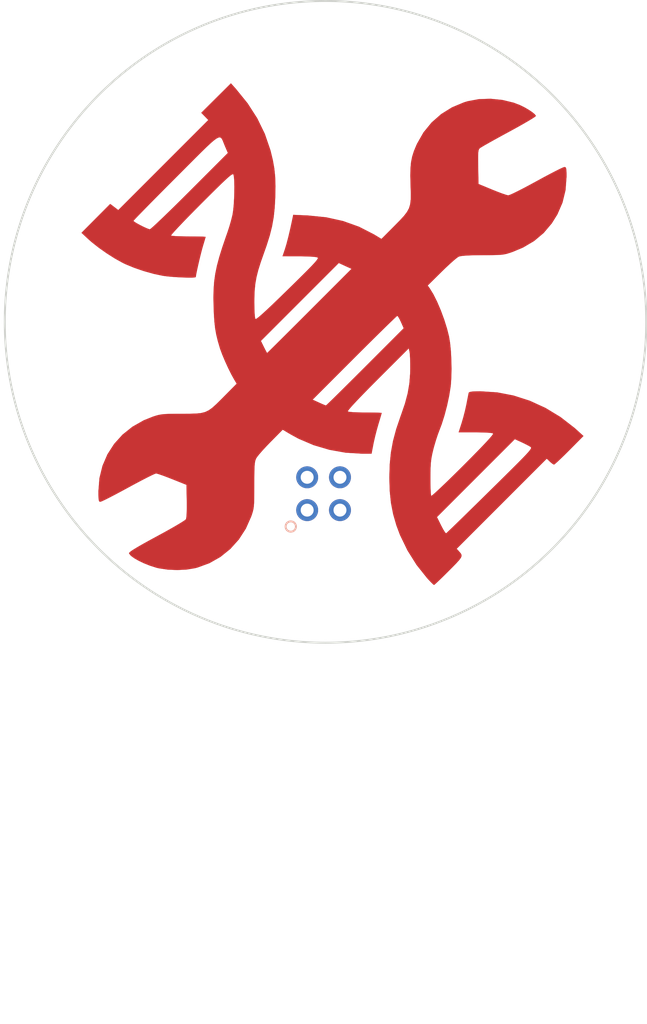
<source format=kicad_pcb>
(kicad_pcb (version 4) (host pcbnew 4.0.6+dfsg1-1)

  (general
    (links 0)
    (no_connects 0)
    (area 94.116316 137.286666 171.450001 210.500001)
    (thickness 1.6)
    (drawings 23)
    (tracks 0)
    (zones 0)
    (modules 3)
    (nets 5)
  )

  (page A4)
  (layers
    (0 F.Cu signal)
    (31 B.Cu signal)
    (32 B.Adhes user)
    (33 F.Adhes user)
    (34 B.Paste user)
    (35 F.Paste user)
    (36 B.SilkS user)
    (37 F.SilkS user)
    (38 B.Mask user)
    (39 F.Mask user)
    (40 Dwgs.User user hide)
    (41 Cmts.User user hide)
    (42 Eco1.User user hide)
    (43 Eco2.User user hide)
    (44 Edge.Cuts user)
    (45 Margin user hide)
    (46 B.CrtYd user hide)
    (47 F.CrtYd user hide)
    (48 B.Fab user hide)
    (49 F.Fab user hide)
  )

  (setup
    (last_trace_width 0.15)
    (user_trace_width 0.6)
    (user_trace_width 2)
    (user_trace_width 2.54)
    (trace_clearance 0.2)
    (zone_clearance 0.508)
    (zone_45_only no)
    (trace_min 0.15)
    (segment_width 0.2)
    (edge_width 0.15)
    (via_size 0.6)
    (via_drill 0.33)
    (via_min_size 0.4)
    (via_min_drill 0.3)
    (uvia_size 0.3)
    (uvia_drill 0.1)
    (uvias_allowed no)
    (uvia_min_size 0.2)
    (uvia_min_drill 0.1)
    (pcb_text_width 0.3)
    (pcb_text_size 1.5 1.5)
    (mod_edge_width 0.15)
    (mod_text_size 1 1)
    (mod_text_width 0.15)
    (pad_size 1.7 1.7)
    (pad_drill 1)
    (pad_to_mask_clearance 0.2)
    (aux_axis_origin 0 0)
    (visible_elements FFFCCE7F)
    (pcbplotparams
      (layerselection 0x010fc_80000001)
      (usegerberextensions true)
      (excludeedgelayer true)
      (linewidth 0.100000)
      (plotframeref false)
      (viasonmask false)
      (mode 1)
      (useauxorigin false)
      (hpglpennumber 1)
      (hpglpenspeed 20)
      (hpglpendiameter 15)
      (hpglpenoverlay 2)
      (psnegative false)
      (psa4output false)
      (plotreference true)
      (plotvalue true)
      (plotinvisibletext false)
      (padsonsilk false)
      (subtractmaskfromsilk false)
      (outputformat 1)
      (mirror false)
      (drillshape 0)
      (scaleselection 1)
      (outputdirectory output/))
  )

  (net 0 "")
  (net 1 +3V3)
  (net 2 GND)
  (net 3 SDA)
  (net 4 SCL)

  (net_class Default "This is the default net class."
    (clearance 0.2)
    (trace_width 0.15)
    (via_dia 0.6)
    (via_drill 0.33)
    (uvia_dia 0.3)
    (uvia_drill 0.1)
    (add_net +3V3)
    (add_net GND)
    (add_net SCL)
    (add_net SDA)
  )

  (module badgelife_dev_board:wrench-neg-mask (layer F.Cu) (tedit 0) (tstamp 5B655F48)
    (at 145.45 157.6)
    (fp_text reference G*** (at 0 0) (layer F.SilkS) hide
      (effects (font (thickness 0.3)))
    )
    (fp_text value LOGO (at 0.75 0) (layer F.SilkS) hide
      (effects (font (thickness 0.3)))
    )
    (fp_poly (pts (xy -6.042095 -19.685) (xy -5.132068 -18.562609) (xy -4.385085 -17.401601) (xy -3.798158 -16.196638)
      (xy -3.368301 -14.94238) (xy -3.34942 -14.872846) (xy -3.179694 -14.17359) (xy -3.064151 -13.522668)
      (xy -2.997382 -12.866647) (xy -2.973979 -12.152095) (xy -2.988534 -11.32558) (xy -2.98901 -11.312162)
      (xy -3.03451 -10.481413) (xy -3.114164 -9.741602) (xy -3.238335 -9.041243) (xy -3.417387 -8.328848)
      (xy -3.661685 -7.552933) (xy -3.857413 -6.998275) (xy -4.113 -6.272071) (xy -4.305575 -5.657866)
      (xy -4.443315 -5.114012) (xy -4.534394 -4.598863) (xy -4.586989 -4.070774) (xy -4.609275 -3.488099)
      (xy -4.611603 -3.156371) (xy -4.605167 -2.664255) (xy -4.587518 -2.269675) (xy -4.560269 -1.996055)
      (xy -4.525031 -1.866816) (xy -4.522686 -1.864152) (xy -4.449609 -1.88689) (xy -4.281504 -2.011125)
      (xy -4.014526 -2.240357) (xy -3.644833 -2.578085) (xy -3.168578 -3.027808) (xy -2.58192 -3.593027)
      (xy -1.998887 -4.161688) (xy -1.387091 -4.762173) (xy -0.887409 -5.255894) (xy -0.489982 -5.653542)
      (xy -0.184949 -5.965811) (xy 0.037549 -6.203391) (xy 0.187372 -6.376977) (xy 0.274381 -6.497259)
      (xy 0.308434 -6.574929) (xy 0.299393 -6.620681) (xy 0.281827 -6.634909) (xy 0.142368 -6.666795)
      (xy -0.134564 -6.693258) (xy -0.517143 -6.712341) (xy -0.973544 -6.722087) (xy -1.14986 -6.722934)
      (xy -2.42672 -6.72353) (xy -2.239821 -7.277598) (xy -2.117293 -7.683749) (xy -1.97639 -8.224156)
      (xy -1.825183 -8.865819) (xy -1.671742 -9.57574) (xy -1.640506 -9.727877) (xy -1.599228 -9.930755)
      (xy -0.439781 -9.878715) (xy 0.947852 -9.73956) (xy 2.257856 -9.450207) (xy 3.489814 -9.010779)
      (xy 4.643309 -8.421398) (xy 4.711075 -8.380625) (xy 5.231151 -8.064894) (xy 6.210556 -9.048947)
      (xy 6.644813 -9.489515) (xy 6.972778 -9.845767) (xy 7.208364 -10.152653) (xy 7.365483 -10.445123)
      (xy 7.45805 -10.758127) (xy 7.499977 -11.126614) (xy 7.505177 -11.585536) (xy 7.487563 -12.169842)
      (xy 7.484602 -12.249381) (xy 7.467504 -12.950189) (xy 7.478509 -13.522151) (xy 7.523791 -14.004326)
      (xy 7.609525 -14.435777) (xy 7.741884 -14.855563) (xy 7.927042 -15.302746) (xy 7.98833 -15.436347)
      (xy 8.485001 -16.306475) (xy 9.110113 -17.07249) (xy 9.850814 -17.723599) (xy 10.694249 -18.249012)
      (xy 11.627565 -18.637937) (xy 11.899482 -18.719863) (xy 12.75753 -18.880204) (xy 13.671656 -18.912384)
      (xy 14.591677 -18.820066) (xy 15.467412 -18.606914) (xy 15.94639 -18.424463) (xy 16.297322 -18.252516)
      (xy 16.630291 -18.06026) (xy 16.911866 -17.870347) (xy 17.108617 -17.70543) (xy 17.187111 -17.58816)
      (xy 17.187333 -17.583634) (xy 17.115635 -17.518134) (xy 16.913167 -17.384665) (xy 16.598873 -17.194381)
      (xy 16.191691 -16.958437) (xy 15.710564 -16.687989) (xy 15.174433 -16.39419) (xy 15.091833 -16.349548)
      (xy 14.540393 -16.050296) (xy 14.032523 -15.771361) (xy 13.588945 -15.524389) (xy 13.230383 -15.321024)
      (xy 12.977559 -15.172913) (xy 12.851195 -15.091699) (xy 12.846092 -15.087514) (xy 12.788795 -15.021023)
      (xy 12.749108 -14.92062) (xy 12.724661 -14.759255) (xy 12.713085 -14.509873) (xy 12.712011 -14.145423)
      (xy 12.719069 -13.638851) (xy 12.719092 -13.637519) (xy 12.742333 -12.319037) (xy 13.800666 -11.881185)
      (xy 14.207036 -11.718193) (xy 14.570944 -11.58168) (xy 14.85703 -11.484249) (xy 15.029934 -11.438504)
      (xy 15.047791 -11.436667) (xy 15.170045 -11.474628) (xy 15.41835 -11.585033) (xy 15.771263 -11.757144)
      (xy 16.207339 -11.980226) (xy 16.705133 -12.243542) (xy 17.232885 -12.530667) (xy 17.769056 -12.823019)
      (xy 18.263042 -13.086172) (xy 18.693697 -13.309352) (xy 19.039872 -13.481786) (xy 19.280419 -13.592702)
      (xy 19.393594 -13.631333) (xy 19.471611 -13.617495) (xy 19.520182 -13.554634) (xy 19.546177 -13.410729)
      (xy 19.556462 -13.15376) (xy 19.558 -12.86488) (xy 19.480281 -11.8393) (xy 19.245658 -10.875629)
      (xy 18.851926 -9.966919) (xy 18.418135 -9.270974) (xy 17.790617 -8.52855) (xy 17.051609 -7.907125)
      (xy 16.193677 -7.401249) (xy 15.431449 -7.081334) (xy 15.167901 -6.988977) (xy 14.947042 -6.920936)
      (xy 14.735733 -6.873406) (xy 14.500832 -6.842586) (xy 14.209199 -6.82467) (xy 13.827693 -6.815855)
      (xy 13.323174 -6.812339) (xy 13.081 -6.811567) (xy 12.384687 -6.803774) (xy 11.851299 -6.784631)
      (xy 11.474785 -6.753776) (xy 11.249092 -6.710847) (xy 11.22038 -6.700301) (xy 11.079102 -6.607013)
      (xy 10.84417 -6.414714) (xy 10.540447 -6.145339) (xy 10.192795 -5.82082) (xy 9.890592 -5.527183)
      (xy 8.812758 -4.460713) (xy 8.970541 -4.239127) (xy 9.250806 -3.783863) (xy 9.541372 -3.202926)
      (xy 9.825638 -2.537824) (xy 10.086999 -1.830068) (xy 10.308856 -1.121166) (xy 10.462862 -0.508)
      (xy 10.544139 -0.008885) (xy 10.604174 0.608062) (xy 10.641352 1.29248) (xy 10.654059 1.99401)
      (xy 10.640678 2.662292) (xy 10.599595 3.246964) (xy 10.586866 3.357867) (xy 10.473863 4.066948)
      (xy 10.310319 4.830105) (xy 10.111637 5.586995) (xy 9.893216 6.277274) (xy 9.736765 6.688667)
      (xy 9.597427 7.058649) (xy 9.445598 7.518988) (xy 9.305344 7.994698) (xy 9.247638 8.212667)
      (xy 9.157018 8.594331) (xy 9.094035 8.930132) (xy 9.053768 9.268013) (xy 9.031296 9.655914)
      (xy 9.021696 10.141779) (xy 9.020205 10.428117) (xy 9.023171 10.886866) (xy 9.033449 11.285592)
      (xy 9.049647 11.593711) (xy 9.070368 11.780635) (xy 9.083749 11.821311) (xy 9.156045 11.778084)
      (xy 9.334371 11.626698) (xy 9.605737 11.379439) (xy 9.957147 11.048595) (xy 10.375611 10.646451)
      (xy 10.848134 10.185293) (xy 11.361724 9.677409) (xy 11.558411 9.481256) (xy 12.237622 8.798643)
      (xy 12.796008 8.229238) (xy 13.236138 7.770283) (xy 13.560577 7.41902) (xy 13.771892 7.17269)
      (xy 13.872652 7.028534) (xy 13.879261 6.987395) (xy 13.76147 6.953529) (xy 13.497199 6.926821)
      (xy 13.109204 6.908707) (xy 12.620244 6.900623) (xy 12.499859 6.900333) (xy 11.207519 6.900333)
      (xy 11.440038 6.177287) (xy 11.572143 5.726849) (xy 11.703819 5.212903) (xy 11.808644 4.739271)
      (xy 11.81711 4.695621) (xy 11.884224 4.347622) (xy 11.94158 4.057901) (xy 11.980389 3.870529)
      (xy 11.989508 3.831167) (xy 12.061326 3.778894) (xy 12.255601 3.745304) (xy 12.589727 3.72837)
      (xy 12.897918 3.725333) (xy 14.187431 3.808934) (xy 15.466278 4.055608) (xy 16.719037 4.45916)
      (xy 17.930284 5.013398) (xy 19.084597 5.712127) (xy 20.166552 6.549154) (xy 20.362333 6.723005)
      (xy 20.870333 7.184034) (xy 19.770888 8.291017) (xy 19.417982 8.6421) (xy 19.103149 8.947299)
      (xy 18.846616 9.187648) (xy 18.668614 9.344182) (xy 18.590187 9.398) (xy 18.481779 9.344078)
      (xy 18.314394 9.21029) (xy 18.268811 9.167949) (xy 18.02869 8.937899) (xy 11.055732 15.910857)
      (xy 11.23027 16.104595) (xy 11.348379 16.24041) (xy 11.419669 16.356056) (xy 11.433119 16.472859)
      (xy 11.377706 16.612146) (xy 11.242408 16.795243) (xy 11.016204 17.043476) (xy 10.688071 17.378171)
      (xy 10.447102 17.619918) (xy 10.097122 17.967636) (xy 9.78741 18.269589) (xy 9.537903 18.506804)
      (xy 9.368538 18.660312) (xy 9.300151 18.711333) (xy 9.220767 18.652596) (xy 9.059631 18.496094)
      (xy 8.846619 18.271392) (xy 8.765393 18.182167) (xy 7.952393 17.16294) (xy 7.244923 16.036753)
      (xy 6.667237 14.845197) (xy 6.391125 14.110558) (xy 6.2023 13.458718) (xy 9.528577 13.458718)
      (xy 9.84669 14.101614) (xy 9.998513 14.389844) (xy 10.129173 14.604293) (xy 10.217503 14.711452)
      (xy 10.235524 14.717088) (xy 10.307435 14.654125) (xy 10.488613 14.48299) (xy 10.767894 14.214549)
      (xy 11.134114 13.859665) (xy 11.576106 13.429203) (xy 12.082707 12.934028) (xy 12.64275 12.385005)
      (xy 13.245072 11.792998) (xy 13.627826 11.416051) (xy 14.344136 10.709886) (xy 14.948616 10.112928)
      (xy 15.450084 9.615564) (xy 15.85736 9.208185) (xy 16.179263 8.881181) (xy 16.424614 8.62494)
      (xy 16.60223 8.429852) (xy 16.720932 8.286306) (xy 16.789539 8.184692) (xy 16.81687 8.1154)
      (xy 16.811744 8.068818) (xy 16.782981 8.035336) (xy 16.75087 8.012823) (xy 16.567638 7.908331)
      (xy 16.295286 7.769758) (xy 16.055339 7.65608) (xy 15.558345 7.42895) (xy 9.528577 13.458718)
      (xy 6.2023 13.458718) (xy 6.138061 13.236962) (xy 5.967365 12.356503) (xy 5.871445 11.418004)
      (xy 5.842662 10.414) (xy 5.871015 9.402284) (xy 5.962664 8.472096) (xy 6.127449 7.57078)
      (xy 6.37521 6.645681) (xy 6.715785 5.644142) (xy 6.752368 5.545667) (xy 7.052152 4.673106)
      (xy 7.261946 3.883364) (xy 7.392386 3.123067) (xy 7.454106 2.338842) (xy 7.462147 1.983282)
      (xy 7.460436 1.555132) (xy 7.449404 1.16329) (xy 7.430909 0.853403) (xy 7.409079 0.68073)
      (xy 7.347544 0.400561) (xy 4.94561 2.801386) (xy 4.278251 3.47252) (xy 3.719954 4.042688)
      (xy 3.273298 4.509129) (xy 2.940862 4.86908) (xy 2.725226 5.119779) (xy 2.628969 5.258466)
      (xy 2.626248 5.284782) (xy 2.737416 5.314457) (xy 2.987767 5.339185) (xy 3.347183 5.35713)
      (xy 3.785543 5.366451) (xy 3.979076 5.367353) (xy 4.421094 5.369463) (xy 4.796219 5.375277)
      (xy 5.075188 5.38402) (xy 5.228736 5.39492) (xy 5.249333 5.400943) (xy 5.22616 5.490936)
      (xy 5.163672 5.706784) (xy 5.07242 6.012517) (xy 4.999718 6.252099) (xy 4.868412 6.713071)
      (xy 4.738254 7.221591) (xy 4.631919 7.687652) (xy 4.607132 7.8105) (xy 4.46416 8.551333)
      (xy 3.719873 8.551333) (xy 2.456746 8.474326) (xy 1.195071 8.249533) (xy -0.030457 7.886295)
      (xy -1.185139 7.393953) (xy -1.778 7.07119) (xy -2.413 6.695238) (xy -3.352461 7.644608)
      (xy -3.690327 7.994451) (xy -3.996269 8.326794) (xy -4.244734 8.612725) (xy -4.410172 8.823326)
      (xy -4.453128 8.890156) (xy -4.507683 9.00578) (xy -4.54849 9.141269) (xy -4.577506 9.321716)
      (xy -4.596685 9.572219) (xy -4.607984 9.917873) (xy -4.613357 10.383774) (xy -4.614756 10.964333)
      (xy -4.615686 11.560313) (xy -4.620095 12.016833) (xy -4.630892 12.363766) (xy -4.650987 12.630983)
      (xy -4.68329 12.848357) (xy -4.73071 13.045761) (xy -4.796156 13.253067) (xy -4.853824 13.418854)
      (xy -5.268054 14.353393) (xy -5.812121 15.19365) (xy -6.472611 15.927278) (xy -7.236106 16.541927)
      (xy -8.08919 17.025249) (xy -9.018449 17.364896) (xy -9.188673 17.408829) (xy -9.843507 17.517037)
      (xy -10.576025 17.554764) (xy -11.317053 17.522935) (xy -11.997421 17.422477) (xy -12.219365 17.368256)
      (xy -12.687919 17.218317) (xy -13.144822 17.036638) (xy -13.562128 16.838261) (xy -13.911888 16.638229)
      (xy -14.166155 16.451586) (xy -14.296981 16.293375) (xy -14.308516 16.243754) (xy -14.242824 16.162297)
      (xy -14.04297 16.018442) (xy -13.704955 15.809786) (xy -13.224779 15.533923) (xy -12.598443 15.188451)
      (xy -12.149003 14.94578) (xy -11.592083 14.643118) (xy -11.082452 14.358786) (xy -10.639821 14.104369)
      (xy -10.283904 13.891451) (xy -10.034412 13.731618) (xy -9.911057 13.636454) (xy -9.903065 13.625849)
      (xy -9.870968 13.477516) (xy -9.848739 13.187934) (xy -9.837618 12.784966) (xy -9.838846 12.296476)
      (xy -9.84023 12.214489) (xy -9.863667 10.964333) (xy -10.964334 10.524116) (xy -11.375268 10.363621)
      (xy -11.739136 10.228678) (xy -12.022647 10.131112) (xy -12.192506 10.082749) (xy -12.215733 10.079616)
      (xy -12.327605 10.117875) (xy -12.566469 10.227926) (xy -12.911389 10.39915) (xy -13.34143 10.620928)
      (xy -13.835656 10.882643) (xy -14.373131 11.173676) (xy -14.377377 11.176) (xy -14.914855 11.467337)
      (xy -15.408918 11.729724) (xy -15.838688 11.952507) (xy -16.183288 12.125028) (xy -16.421841 12.236633)
      (xy -16.53347 12.276664) (xy -16.533812 12.276667) (xy -16.601029 12.25796) (xy -16.643928 12.181815)
      (xy -16.667753 12.018199) (xy -16.677751 11.737074) (xy -16.679334 11.443543) (xy -16.598742 10.438785)
      (xy -16.363022 9.487759) (xy -15.981254 8.602855) (xy -15.462518 7.796467) (xy -14.815895 7.080986)
      (xy -14.050466 6.468803) (xy -13.175312 5.97231) (xy -12.46011 5.685904) (xy -12.220283 5.608839)
      (xy -12.004567 5.552257) (xy -11.780221 5.512944) (xy -11.514503 5.487683) (xy -11.174671 5.473259)
      (xy -10.727984 5.466458) (xy -10.202334 5.464185) (xy -9.58786 5.461795) (xy -9.1087 5.448184)
      (xy -8.730859 5.409261) (xy -8.420341 5.330935) (xy -8.143152 5.199114) (xy -7.865295 4.999708)
      (xy -7.552777 4.718624) (xy -7.203165 4.372979) (xy -0.096496 4.372979) (xy 0.396252 4.597869)
      (xy 0.657011 4.714287) (xy 0.851157 4.796132) (xy 0.93178 4.824379) (xy 0.998222 4.766623)
      (xy 1.172656 4.600277) (xy 1.443555 4.336706) (xy 1.799388 3.987271) (xy 2.228628 3.563336)
      (xy 2.719747 3.076265) (xy 3.261216 2.53742) (xy 3.841505 1.958164) (xy 3.964228 1.835443)
      (xy 6.953895 -1.155115) (xy 6.741273 -1.635891) (xy 6.620055 -1.887002) (xy 6.516643 -2.06098)
      (xy 6.46008 -2.116667) (xy 6.388976 -2.058471) (xy 6.209589 -1.89117) (xy 5.933074 -1.625691)
      (xy 5.570588 -1.272962) (xy 5.133286 -0.843911) (xy 4.632324 -0.349465) (xy 4.078859 0.199448)
      (xy 3.484046 0.7919) (xy 3.147506 1.128156) (xy -0.096496 4.372979) (xy -7.203165 4.372979)
      (xy -7.171601 4.341774) (xy -6.946047 4.114447) (xy -5.97576 3.136675) (xy -6.168882 2.817171)
      (xy -6.392711 2.414437) (xy -6.63943 1.918442) (xy -6.882985 1.386491) (xy -7.097322 0.875892)
      (xy -7.256384 0.443951) (xy -7.276508 0.381) (xy -7.437852 -0.169679) (xy -7.438869 -0.17387)
      (xy -4.101501 -0.17387) (xy -3.872004 0.294065) (xy -3.748725 0.538617) (xy -3.656974 0.707963)
      (xy -3.620008 0.762) (xy -3.557685 0.703892) (xy -3.386687 0.536822) (xy -3.11797 0.271674)
      (xy -2.762488 -0.08067) (xy -2.331197 -0.509328) (xy -1.835051 -1.003418) (xy -1.285006 -1.552055)
      (xy -0.692016 -2.144359) (xy -0.341971 -2.494362) (xy 2.913567 -5.750724) (xy 2.420289 -5.976554)
      (xy 1.927012 -6.202383) (xy -4.101501 -0.17387) (xy -7.438869 -0.17387) (xy -7.557649 -0.663036)
      (xy -7.643234 -1.147135) (xy -7.701946 -1.670038) (xy -7.74112 -2.279809) (xy -7.761167 -2.794)
      (xy -7.774638 -3.520299) (xy -7.761388 -4.172267) (xy -7.715617 -4.781223) (xy -7.631526 -5.378484)
      (xy -7.503315 -5.995371) (xy -7.325185 -6.663199) (xy -7.091337 -7.413289) (xy -6.795972 -8.276959)
      (xy -6.691218 -8.572073) (xy -6.548889 -9.004885) (xy -6.412474 -9.477889) (xy -6.307657 -9.900924)
      (xy -6.293258 -9.969073) (xy -6.243586 -10.293561) (xy -6.204149 -10.706289) (xy -6.175659 -11.171605)
      (xy -6.158824 -11.653859) (xy -6.154356 -12.117402) (xy -6.162964 -12.526583) (xy -6.185359 -12.845751)
      (xy -6.22225 -13.039257) (xy -6.231687 -13.060202) (xy -6.268148 -13.080823) (xy -6.339583 -13.05624)
      (xy -6.456359 -12.977018) (xy -6.628842 -12.833724) (xy -6.867399 -12.616925) (xy -7.182396 -12.317185)
      (xy -7.584199 -11.925072) (xy -8.083175 -11.431151) (xy -8.68969 -10.825989) (xy -8.719219 -10.796449)
      (xy -9.24127 -10.271079) (xy -9.721229 -9.782113) (xy -10.146797 -9.34253) (xy -10.505675 -8.965309)
      (xy -10.785562 -8.663428) (xy -10.974158 -8.449868) (xy -11.059164 -8.337606) (xy -11.061928 -8.324372)
      (xy -10.959093 -8.302085) (xy -10.717686 -8.282817) (xy -10.368461 -8.268062) (xy -9.942171 -8.259319)
      (xy -9.689931 -8.257622) (xy -9.240992 -8.254885) (xy -8.85852 -8.249049) (xy -8.571357 -8.240835)
      (xy -8.408343 -8.230964) (xy -8.382031 -8.224911) (xy -8.404968 -8.135818) (xy -8.466173 -7.924169)
      (xy -8.554188 -7.629275) (xy -8.591769 -7.505244) (xy -8.668797 -7.23156) (xy -8.761178 -6.872706)
      (xy -8.859965 -6.467437) (xy -8.956211 -6.054511) (xy -9.040969 -5.672683) (xy -9.105293 -5.360711)
      (xy -9.140236 -5.157351) (xy -9.144001 -5.113013) (xy -9.222716 -5.087009) (xy -9.436373 -5.074555)
      (xy -9.751233 -5.074312) (xy -10.133559 -5.084945) (xy -10.549615 -5.105115) (xy -10.965663 -5.133485)
      (xy -11.347966 -5.168716) (xy -11.662788 -5.209472) (xy -11.690248 -5.213966) (xy -12.39477 -5.362854)
      (xy -13.154729 -5.575494) (xy -13.903592 -5.830505) (xy -14.574825 -6.106506) (xy -14.793046 -6.211105)
      (xy -15.391255 -6.54209) (xy -16.029769 -6.945994) (xy -16.652427 -7.384269) (xy -17.203069 -7.818367)
      (xy -17.44166 -8.029058) (xy -17.991667 -8.539853) (xy -17.072857 -9.463075) (xy -13.97 -9.463075)
      (xy -13.899837 -9.39554) (xy -13.718553 -9.282201) (xy -13.469958 -9.145595) (xy -13.197861 -9.00826)
      (xy -12.946071 -8.892732) (xy -12.758397 -8.821551) (xy -12.699547 -8.809498) (xy -12.61617 -8.866917)
      (xy -12.425648 -9.033215) (xy -12.139958 -9.296923) (xy -11.771077 -9.646572) (xy -11.330982 -10.070691)
      (xy -10.83165 -10.557811) (xy -10.285059 -11.096464) (xy -9.703184 -11.675179) (xy -9.615289 -11.763044)
      (xy -6.658484 -14.720754) (xy -6.88851 -15.255544) (xy -6.972149 -15.462351) (xy -7.041085 -15.63931)
      (xy -7.105614 -15.779804) (xy -7.176031 -15.877215) (xy -7.262633 -15.924926) (xy -7.375716 -15.916318)
      (xy -7.525576 -15.844774) (xy -7.722509 -15.703677) (xy -7.97681 -15.486408) (xy -8.298776 -15.18635)
      (xy -8.698702 -14.796886) (xy -9.186885 -14.311398) (xy -9.773621 -13.723268) (xy -10.469206 -13.025878)
      (xy -10.669934 -12.825067) (xy -11.286716 -12.207331) (xy -11.865997 -11.62501) (xy -12.396947 -11.08914)
      (xy -12.868734 -10.610755) (xy -13.270524 -10.20089) (xy -13.591486 -9.870582) (xy -13.820789 -9.630865)
      (xy -13.9476 -9.492775) (xy -13.97 -9.463075) (xy -17.072857 -9.463075) (xy -16.879171 -9.65769)
      (xy -15.766674 -10.775528) (xy -15.45477 -10.537626) (xy -15.142865 -10.299725) (xy -8.175089 -17.267501)
      (xy -8.446472 -17.547497) (xy -8.717854 -17.827493) (xy -6.422394 -20.108333) (xy -6.042095 -19.685)) (layer F.Mask) (width 0.01))
  )

  (module mrmeeseeks:Badgelife-Shitty-2x2 (layer B.Cu) (tedit 5B64DA9E) (tstamp 5AC7B485)
    (at 146.2 169.25)
    (descr "Through hole angled pin header, 2x02, 2.54mm pitch, 6mm pin length, double rows")
    (tags "Through hole angled pin header THT 2x02 2.54mm double row")
    (path /5AC7B4BF)
    (fp_text reference X1 (at 0 0) (layer B.Fab)
      (effects (font (size 1 1) (thickness 0.15)) (justify mirror))
    )
    (fp_text value Badgelife_shitty_connector (at 0 -4.2) (layer B.Fab)
      (effects (font (size 1 1) (thickness 0.15)) (justify mirror))
    )
    (fp_line (start -25 -9) (end 25 -9) (layer B.Fab) (width 0.1))
    (fp_circle (center -2.54 2.54) (end -2.14 2.54) (layer B.SilkS) (width 0.15))
    (fp_line (start -25 41) (end -25 -9) (layer B.Fab) (width 0.1))
    (fp_line (start 25 41) (end 25 -9) (layer B.Fab) (width 0.1))
    (fp_line (start -25 41) (end 25 41) (layer B.Fab) (width 0.1))
    (pad 4 thru_hole circle (at 1.27 1.27) (size 1.7 1.7) (drill 1) (layers *.Cu *.Mask)
      (net 3 SDA))
    (pad 3 thru_hole oval (at 1.27 -1.27) (size 1.7 1.7) (drill 1) (layers *.Cu *.Mask)
      (net 4 SCL))
    (pad 1 thru_hole oval (at -1.27 1.27) (size 1.7 1.7) (drill 1) (layers *.Cu *.Mask)
      (net 1 +3V3))
    (pad 2 thru_hole oval (at -1.27 -1.27) (size 1.7 1.7) (drill 1) (layers *.Cu *.Mask)
      (net 2 GND))
  )

  (module badgelife_dev_board:wrench-neg (layer F.Cu) (tedit 0) (tstamp 5B655D7E)
    (at 145.45 157.6)
    (fp_text reference G*** (at 0 0) (layer F.SilkS) hide
      (effects (font (thickness 0.3)))
    )
    (fp_text value LOGO (at 0.75 0) (layer F.SilkS) hide
      (effects (font (thickness 0.3)))
    )
    (fp_poly (pts (xy -6.042095 -19.685) (xy -5.132068 -18.562609) (xy -4.385085 -17.401601) (xy -3.798158 -16.196638)
      (xy -3.368301 -14.94238) (xy -3.34942 -14.872846) (xy -3.179694 -14.17359) (xy -3.064151 -13.522668)
      (xy -2.997382 -12.866647) (xy -2.973979 -12.152095) (xy -2.988534 -11.32558) (xy -2.98901 -11.312162)
      (xy -3.03451 -10.481413) (xy -3.114164 -9.741602) (xy -3.238335 -9.041243) (xy -3.417387 -8.328848)
      (xy -3.661685 -7.552933) (xy -3.857413 -6.998275) (xy -4.113 -6.272071) (xy -4.305575 -5.657866)
      (xy -4.443315 -5.114012) (xy -4.534394 -4.598863) (xy -4.586989 -4.070774) (xy -4.609275 -3.488099)
      (xy -4.611603 -3.156371) (xy -4.605167 -2.664255) (xy -4.587518 -2.269675) (xy -4.560269 -1.996055)
      (xy -4.525031 -1.866816) (xy -4.522686 -1.864152) (xy -4.449609 -1.88689) (xy -4.281504 -2.011125)
      (xy -4.014526 -2.240357) (xy -3.644833 -2.578085) (xy -3.168578 -3.027808) (xy -2.58192 -3.593027)
      (xy -1.998887 -4.161688) (xy -1.387091 -4.762173) (xy -0.887409 -5.255894) (xy -0.489982 -5.653542)
      (xy -0.184949 -5.965811) (xy 0.037549 -6.203391) (xy 0.187372 -6.376977) (xy 0.274381 -6.497259)
      (xy 0.308434 -6.574929) (xy 0.299393 -6.620681) (xy 0.281827 -6.634909) (xy 0.142368 -6.666795)
      (xy -0.134564 -6.693258) (xy -0.517143 -6.712341) (xy -0.973544 -6.722087) (xy -1.14986 -6.722934)
      (xy -2.42672 -6.72353) (xy -2.239821 -7.277598) (xy -2.117293 -7.683749) (xy -1.97639 -8.224156)
      (xy -1.825183 -8.865819) (xy -1.671742 -9.57574) (xy -1.640506 -9.727877) (xy -1.599228 -9.930755)
      (xy -0.439781 -9.878715) (xy 0.947852 -9.73956) (xy 2.257856 -9.450207) (xy 3.489814 -9.010779)
      (xy 4.643309 -8.421398) (xy 4.711075 -8.380625) (xy 5.231151 -8.064894) (xy 6.210556 -9.048947)
      (xy 6.644813 -9.489515) (xy 6.972778 -9.845767) (xy 7.208364 -10.152653) (xy 7.365483 -10.445123)
      (xy 7.45805 -10.758127) (xy 7.499977 -11.126614) (xy 7.505177 -11.585536) (xy 7.487563 -12.169842)
      (xy 7.484602 -12.249381) (xy 7.467504 -12.950189) (xy 7.478509 -13.522151) (xy 7.523791 -14.004326)
      (xy 7.609525 -14.435777) (xy 7.741884 -14.855563) (xy 7.927042 -15.302746) (xy 7.98833 -15.436347)
      (xy 8.485001 -16.306475) (xy 9.110113 -17.07249) (xy 9.850814 -17.723599) (xy 10.694249 -18.249012)
      (xy 11.627565 -18.637937) (xy 11.899482 -18.719863) (xy 12.75753 -18.880204) (xy 13.671656 -18.912384)
      (xy 14.591677 -18.820066) (xy 15.467412 -18.606914) (xy 15.94639 -18.424463) (xy 16.297322 -18.252516)
      (xy 16.630291 -18.06026) (xy 16.911866 -17.870347) (xy 17.108617 -17.70543) (xy 17.187111 -17.58816)
      (xy 17.187333 -17.583634) (xy 17.115635 -17.518134) (xy 16.913167 -17.384665) (xy 16.598873 -17.194381)
      (xy 16.191691 -16.958437) (xy 15.710564 -16.687989) (xy 15.174433 -16.39419) (xy 15.091833 -16.349548)
      (xy 14.540393 -16.050296) (xy 14.032523 -15.771361) (xy 13.588945 -15.524389) (xy 13.230383 -15.321024)
      (xy 12.977559 -15.172913) (xy 12.851195 -15.091699) (xy 12.846092 -15.087514) (xy 12.788795 -15.021023)
      (xy 12.749108 -14.92062) (xy 12.724661 -14.759255) (xy 12.713085 -14.509873) (xy 12.712011 -14.145423)
      (xy 12.719069 -13.638851) (xy 12.719092 -13.637519) (xy 12.742333 -12.319037) (xy 13.800666 -11.881185)
      (xy 14.207036 -11.718193) (xy 14.570944 -11.58168) (xy 14.85703 -11.484249) (xy 15.029934 -11.438504)
      (xy 15.047791 -11.436667) (xy 15.170045 -11.474628) (xy 15.41835 -11.585033) (xy 15.771263 -11.757144)
      (xy 16.207339 -11.980226) (xy 16.705133 -12.243542) (xy 17.232885 -12.530667) (xy 17.769056 -12.823019)
      (xy 18.263042 -13.086172) (xy 18.693697 -13.309352) (xy 19.039872 -13.481786) (xy 19.280419 -13.592702)
      (xy 19.393594 -13.631333) (xy 19.471611 -13.617495) (xy 19.520182 -13.554634) (xy 19.546177 -13.410729)
      (xy 19.556462 -13.15376) (xy 19.558 -12.86488) (xy 19.480281 -11.8393) (xy 19.245658 -10.875629)
      (xy 18.851926 -9.966919) (xy 18.418135 -9.270974) (xy 17.790617 -8.52855) (xy 17.051609 -7.907125)
      (xy 16.193677 -7.401249) (xy 15.431449 -7.081334) (xy 15.167901 -6.988977) (xy 14.947042 -6.920936)
      (xy 14.735733 -6.873406) (xy 14.500832 -6.842586) (xy 14.209199 -6.82467) (xy 13.827693 -6.815855)
      (xy 13.323174 -6.812339) (xy 13.081 -6.811567) (xy 12.384687 -6.803774) (xy 11.851299 -6.784631)
      (xy 11.474785 -6.753776) (xy 11.249092 -6.710847) (xy 11.22038 -6.700301) (xy 11.079102 -6.607013)
      (xy 10.84417 -6.414714) (xy 10.540447 -6.145339) (xy 10.192795 -5.82082) (xy 9.890592 -5.527183)
      (xy 8.812758 -4.460713) (xy 8.970541 -4.239127) (xy 9.250806 -3.783863) (xy 9.541372 -3.202926)
      (xy 9.825638 -2.537824) (xy 10.086999 -1.830068) (xy 10.308856 -1.121166) (xy 10.462862 -0.508)
      (xy 10.544139 -0.008885) (xy 10.604174 0.608062) (xy 10.641352 1.29248) (xy 10.654059 1.99401)
      (xy 10.640678 2.662292) (xy 10.599595 3.246964) (xy 10.586866 3.357867) (xy 10.473863 4.066948)
      (xy 10.310319 4.830105) (xy 10.111637 5.586995) (xy 9.893216 6.277274) (xy 9.736765 6.688667)
      (xy 9.597427 7.058649) (xy 9.445598 7.518988) (xy 9.305344 7.994698) (xy 9.247638 8.212667)
      (xy 9.157018 8.594331) (xy 9.094035 8.930132) (xy 9.053768 9.268013) (xy 9.031296 9.655914)
      (xy 9.021696 10.141779) (xy 9.020205 10.428117) (xy 9.023171 10.886866) (xy 9.033449 11.285592)
      (xy 9.049647 11.593711) (xy 9.070368 11.780635) (xy 9.083749 11.821311) (xy 9.156045 11.778084)
      (xy 9.334371 11.626698) (xy 9.605737 11.379439) (xy 9.957147 11.048595) (xy 10.375611 10.646451)
      (xy 10.848134 10.185293) (xy 11.361724 9.677409) (xy 11.558411 9.481256) (xy 12.237622 8.798643)
      (xy 12.796008 8.229238) (xy 13.236138 7.770283) (xy 13.560577 7.41902) (xy 13.771892 7.17269)
      (xy 13.872652 7.028534) (xy 13.879261 6.987395) (xy 13.76147 6.953529) (xy 13.497199 6.926821)
      (xy 13.109204 6.908707) (xy 12.620244 6.900623) (xy 12.499859 6.900333) (xy 11.207519 6.900333)
      (xy 11.440038 6.177287) (xy 11.572143 5.726849) (xy 11.703819 5.212903) (xy 11.808644 4.739271)
      (xy 11.81711 4.695621) (xy 11.884224 4.347622) (xy 11.94158 4.057901) (xy 11.980389 3.870529)
      (xy 11.989508 3.831167) (xy 12.061326 3.778894) (xy 12.255601 3.745304) (xy 12.589727 3.72837)
      (xy 12.897918 3.725333) (xy 14.187431 3.808934) (xy 15.466278 4.055608) (xy 16.719037 4.45916)
      (xy 17.930284 5.013398) (xy 19.084597 5.712127) (xy 20.166552 6.549154) (xy 20.362333 6.723005)
      (xy 20.870333 7.184034) (xy 19.770888 8.291017) (xy 19.417982 8.6421) (xy 19.103149 8.947299)
      (xy 18.846616 9.187648) (xy 18.668614 9.344182) (xy 18.590187 9.398) (xy 18.481779 9.344078)
      (xy 18.314394 9.21029) (xy 18.268811 9.167949) (xy 18.02869 8.937899) (xy 11.055732 15.910857)
      (xy 11.23027 16.104595) (xy 11.348379 16.24041) (xy 11.419669 16.356056) (xy 11.433119 16.472859)
      (xy 11.377706 16.612146) (xy 11.242408 16.795243) (xy 11.016204 17.043476) (xy 10.688071 17.378171)
      (xy 10.447102 17.619918) (xy 10.097122 17.967636) (xy 9.78741 18.269589) (xy 9.537903 18.506804)
      (xy 9.368538 18.660312) (xy 9.300151 18.711333) (xy 9.220767 18.652596) (xy 9.059631 18.496094)
      (xy 8.846619 18.271392) (xy 8.765393 18.182167) (xy 7.952393 17.16294) (xy 7.244923 16.036753)
      (xy 6.667237 14.845197) (xy 6.391125 14.110558) (xy 6.2023 13.458718) (xy 9.528577 13.458718)
      (xy 9.84669 14.101614) (xy 9.998513 14.389844) (xy 10.129173 14.604293) (xy 10.217503 14.711452)
      (xy 10.235524 14.717088) (xy 10.307435 14.654125) (xy 10.488613 14.48299) (xy 10.767894 14.214549)
      (xy 11.134114 13.859665) (xy 11.576106 13.429203) (xy 12.082707 12.934028) (xy 12.64275 12.385005)
      (xy 13.245072 11.792998) (xy 13.627826 11.416051) (xy 14.344136 10.709886) (xy 14.948616 10.112928)
      (xy 15.450084 9.615564) (xy 15.85736 9.208185) (xy 16.179263 8.881181) (xy 16.424614 8.62494)
      (xy 16.60223 8.429852) (xy 16.720932 8.286306) (xy 16.789539 8.184692) (xy 16.81687 8.1154)
      (xy 16.811744 8.068818) (xy 16.782981 8.035336) (xy 16.75087 8.012823) (xy 16.567638 7.908331)
      (xy 16.295286 7.769758) (xy 16.055339 7.65608) (xy 15.558345 7.42895) (xy 9.528577 13.458718)
      (xy 6.2023 13.458718) (xy 6.138061 13.236962) (xy 5.967365 12.356503) (xy 5.871445 11.418004)
      (xy 5.842662 10.414) (xy 5.871015 9.402284) (xy 5.962664 8.472096) (xy 6.127449 7.57078)
      (xy 6.37521 6.645681) (xy 6.715785 5.644142) (xy 6.752368 5.545667) (xy 7.052152 4.673106)
      (xy 7.261946 3.883364) (xy 7.392386 3.123067) (xy 7.454106 2.338842) (xy 7.462147 1.983282)
      (xy 7.460436 1.555132) (xy 7.449404 1.16329) (xy 7.430909 0.853403) (xy 7.409079 0.68073)
      (xy 7.347544 0.400561) (xy 4.94561 2.801386) (xy 4.278251 3.47252) (xy 3.719954 4.042688)
      (xy 3.273298 4.509129) (xy 2.940862 4.86908) (xy 2.725226 5.119779) (xy 2.628969 5.258466)
      (xy 2.626248 5.284782) (xy 2.737416 5.314457) (xy 2.987767 5.339185) (xy 3.347183 5.35713)
      (xy 3.785543 5.366451) (xy 3.979076 5.367353) (xy 4.421094 5.369463) (xy 4.796219 5.375277)
      (xy 5.075188 5.38402) (xy 5.228736 5.39492) (xy 5.249333 5.400943) (xy 5.22616 5.490936)
      (xy 5.163672 5.706784) (xy 5.07242 6.012517) (xy 4.999718 6.252099) (xy 4.868412 6.713071)
      (xy 4.738254 7.221591) (xy 4.631919 7.687652) (xy 4.607132 7.8105) (xy 4.46416 8.551333)
      (xy 3.719873 8.551333) (xy 2.456746 8.474326) (xy 1.195071 8.249533) (xy -0.030457 7.886295)
      (xy -1.185139 7.393953) (xy -1.778 7.07119) (xy -2.413 6.695238) (xy -3.352461 7.644608)
      (xy -3.690327 7.994451) (xy -3.996269 8.326794) (xy -4.244734 8.612725) (xy -4.410172 8.823326)
      (xy -4.453128 8.890156) (xy -4.507683 9.00578) (xy -4.54849 9.141269) (xy -4.577506 9.321716)
      (xy -4.596685 9.572219) (xy -4.607984 9.917873) (xy -4.613357 10.383774) (xy -4.614756 10.964333)
      (xy -4.615686 11.560313) (xy -4.620095 12.016833) (xy -4.630892 12.363766) (xy -4.650987 12.630983)
      (xy -4.68329 12.848357) (xy -4.73071 13.045761) (xy -4.796156 13.253067) (xy -4.853824 13.418854)
      (xy -5.268054 14.353393) (xy -5.812121 15.19365) (xy -6.472611 15.927278) (xy -7.236106 16.541927)
      (xy -8.08919 17.025249) (xy -9.018449 17.364896) (xy -9.188673 17.408829) (xy -9.843507 17.517037)
      (xy -10.576025 17.554764) (xy -11.317053 17.522935) (xy -11.997421 17.422477) (xy -12.219365 17.368256)
      (xy -12.687919 17.218317) (xy -13.144822 17.036638) (xy -13.562128 16.838261) (xy -13.911888 16.638229)
      (xy -14.166155 16.451586) (xy -14.296981 16.293375) (xy -14.308516 16.243754) (xy -14.242824 16.162297)
      (xy -14.04297 16.018442) (xy -13.704955 15.809786) (xy -13.224779 15.533923) (xy -12.598443 15.188451)
      (xy -12.149003 14.94578) (xy -11.592083 14.643118) (xy -11.082452 14.358786) (xy -10.639821 14.104369)
      (xy -10.283904 13.891451) (xy -10.034412 13.731618) (xy -9.911057 13.636454) (xy -9.903065 13.625849)
      (xy -9.870968 13.477516) (xy -9.848739 13.187934) (xy -9.837618 12.784966) (xy -9.838846 12.296476)
      (xy -9.84023 12.214489) (xy -9.863667 10.964333) (xy -10.964334 10.524116) (xy -11.375268 10.363621)
      (xy -11.739136 10.228678) (xy -12.022647 10.131112) (xy -12.192506 10.082749) (xy -12.215733 10.079616)
      (xy -12.327605 10.117875) (xy -12.566469 10.227926) (xy -12.911389 10.39915) (xy -13.34143 10.620928)
      (xy -13.835656 10.882643) (xy -14.373131 11.173676) (xy -14.377377 11.176) (xy -14.914855 11.467337)
      (xy -15.408918 11.729724) (xy -15.838688 11.952507) (xy -16.183288 12.125028) (xy -16.421841 12.236633)
      (xy -16.53347 12.276664) (xy -16.533812 12.276667) (xy -16.601029 12.25796) (xy -16.643928 12.181815)
      (xy -16.667753 12.018199) (xy -16.677751 11.737074) (xy -16.679334 11.443543) (xy -16.598742 10.438785)
      (xy -16.363022 9.487759) (xy -15.981254 8.602855) (xy -15.462518 7.796467) (xy -14.815895 7.080986)
      (xy -14.050466 6.468803) (xy -13.175312 5.97231) (xy -12.46011 5.685904) (xy -12.220283 5.608839)
      (xy -12.004567 5.552257) (xy -11.780221 5.512944) (xy -11.514503 5.487683) (xy -11.174671 5.473259)
      (xy -10.727984 5.466458) (xy -10.202334 5.464185) (xy -9.58786 5.461795) (xy -9.1087 5.448184)
      (xy -8.730859 5.409261) (xy -8.420341 5.330935) (xy -8.143152 5.199114) (xy -7.865295 4.999708)
      (xy -7.552777 4.718624) (xy -7.203165 4.372979) (xy -0.096496 4.372979) (xy 0.396252 4.597869)
      (xy 0.657011 4.714287) (xy 0.851157 4.796132) (xy 0.93178 4.824379) (xy 0.998222 4.766623)
      (xy 1.172656 4.600277) (xy 1.443555 4.336706) (xy 1.799388 3.987271) (xy 2.228628 3.563336)
      (xy 2.719747 3.076265) (xy 3.261216 2.53742) (xy 3.841505 1.958164) (xy 3.964228 1.835443)
      (xy 6.953895 -1.155115) (xy 6.741273 -1.635891) (xy 6.620055 -1.887002) (xy 6.516643 -2.06098)
      (xy 6.46008 -2.116667) (xy 6.388976 -2.058471) (xy 6.209589 -1.89117) (xy 5.933074 -1.625691)
      (xy 5.570588 -1.272962) (xy 5.133286 -0.843911) (xy 4.632324 -0.349465) (xy 4.078859 0.199448)
      (xy 3.484046 0.7919) (xy 3.147506 1.128156) (xy -0.096496 4.372979) (xy -7.203165 4.372979)
      (xy -7.171601 4.341774) (xy -6.946047 4.114447) (xy -5.97576 3.136675) (xy -6.168882 2.817171)
      (xy -6.392711 2.414437) (xy -6.63943 1.918442) (xy -6.882985 1.386491) (xy -7.097322 0.875892)
      (xy -7.256384 0.443951) (xy -7.276508 0.381) (xy -7.437852 -0.169679) (xy -7.438869 -0.17387)
      (xy -4.101501 -0.17387) (xy -3.872004 0.294065) (xy -3.748725 0.538617) (xy -3.656974 0.707963)
      (xy -3.620008 0.762) (xy -3.557685 0.703892) (xy -3.386687 0.536822) (xy -3.11797 0.271674)
      (xy -2.762488 -0.08067) (xy -2.331197 -0.509328) (xy -1.835051 -1.003418) (xy -1.285006 -1.552055)
      (xy -0.692016 -2.144359) (xy -0.341971 -2.494362) (xy 2.913567 -5.750724) (xy 2.420289 -5.976554)
      (xy 1.927012 -6.202383) (xy -4.101501 -0.17387) (xy -7.438869 -0.17387) (xy -7.557649 -0.663036)
      (xy -7.643234 -1.147135) (xy -7.701946 -1.670038) (xy -7.74112 -2.279809) (xy -7.761167 -2.794)
      (xy -7.774638 -3.520299) (xy -7.761388 -4.172267) (xy -7.715617 -4.781223) (xy -7.631526 -5.378484)
      (xy -7.503315 -5.995371) (xy -7.325185 -6.663199) (xy -7.091337 -7.413289) (xy -6.795972 -8.276959)
      (xy -6.691218 -8.572073) (xy -6.548889 -9.004885) (xy -6.412474 -9.477889) (xy -6.307657 -9.900924)
      (xy -6.293258 -9.969073) (xy -6.243586 -10.293561) (xy -6.204149 -10.706289) (xy -6.175659 -11.171605)
      (xy -6.158824 -11.653859) (xy -6.154356 -12.117402) (xy -6.162964 -12.526583) (xy -6.185359 -12.845751)
      (xy -6.22225 -13.039257) (xy -6.231687 -13.060202) (xy -6.268148 -13.080823) (xy -6.339583 -13.05624)
      (xy -6.456359 -12.977018) (xy -6.628842 -12.833724) (xy -6.867399 -12.616925) (xy -7.182396 -12.317185)
      (xy -7.584199 -11.925072) (xy -8.083175 -11.431151) (xy -8.68969 -10.825989) (xy -8.719219 -10.796449)
      (xy -9.24127 -10.271079) (xy -9.721229 -9.782113) (xy -10.146797 -9.34253) (xy -10.505675 -8.965309)
      (xy -10.785562 -8.663428) (xy -10.974158 -8.449868) (xy -11.059164 -8.337606) (xy -11.061928 -8.324372)
      (xy -10.959093 -8.302085) (xy -10.717686 -8.282817) (xy -10.368461 -8.268062) (xy -9.942171 -8.259319)
      (xy -9.689931 -8.257622) (xy -9.240992 -8.254885) (xy -8.85852 -8.249049) (xy -8.571357 -8.240835)
      (xy -8.408343 -8.230964) (xy -8.382031 -8.224911) (xy -8.404968 -8.135818) (xy -8.466173 -7.924169)
      (xy -8.554188 -7.629275) (xy -8.591769 -7.505244) (xy -8.668797 -7.23156) (xy -8.761178 -6.872706)
      (xy -8.859965 -6.467437) (xy -8.956211 -6.054511) (xy -9.040969 -5.672683) (xy -9.105293 -5.360711)
      (xy -9.140236 -5.157351) (xy -9.144001 -5.113013) (xy -9.222716 -5.087009) (xy -9.436373 -5.074555)
      (xy -9.751233 -5.074312) (xy -10.133559 -5.084945) (xy -10.549615 -5.105115) (xy -10.965663 -5.133485)
      (xy -11.347966 -5.168716) (xy -11.662788 -5.209472) (xy -11.690248 -5.213966) (xy -12.39477 -5.362854)
      (xy -13.154729 -5.575494) (xy -13.903592 -5.830505) (xy -14.574825 -6.106506) (xy -14.793046 -6.211105)
      (xy -15.391255 -6.54209) (xy -16.029769 -6.945994) (xy -16.652427 -7.384269) (xy -17.203069 -7.818367)
      (xy -17.44166 -8.029058) (xy -17.991667 -8.539853) (xy -17.072857 -9.463075) (xy -13.97 -9.463075)
      (xy -13.899837 -9.39554) (xy -13.718553 -9.282201) (xy -13.469958 -9.145595) (xy -13.197861 -9.00826)
      (xy -12.946071 -8.892732) (xy -12.758397 -8.821551) (xy -12.699547 -8.809498) (xy -12.61617 -8.866917)
      (xy -12.425648 -9.033215) (xy -12.139958 -9.296923) (xy -11.771077 -9.646572) (xy -11.330982 -10.070691)
      (xy -10.83165 -10.557811) (xy -10.285059 -11.096464) (xy -9.703184 -11.675179) (xy -9.615289 -11.763044)
      (xy -6.658484 -14.720754) (xy -6.88851 -15.255544) (xy -6.972149 -15.462351) (xy -7.041085 -15.63931)
      (xy -7.105614 -15.779804) (xy -7.176031 -15.877215) (xy -7.262633 -15.924926) (xy -7.375716 -15.916318)
      (xy -7.525576 -15.844774) (xy -7.722509 -15.703677) (xy -7.97681 -15.486408) (xy -8.298776 -15.18635)
      (xy -8.698702 -14.796886) (xy -9.186885 -14.311398) (xy -9.773621 -13.723268) (xy -10.469206 -13.025878)
      (xy -10.669934 -12.825067) (xy -11.286716 -12.207331) (xy -11.865997 -11.62501) (xy -12.396947 -11.08914)
      (xy -12.868734 -10.610755) (xy -13.270524 -10.20089) (xy -13.591486 -9.870582) (xy -13.820789 -9.630865)
      (xy -13.9476 -9.492775) (xy -13.97 -9.463075) (xy -17.072857 -9.463075) (xy -16.879171 -9.65769)
      (xy -15.766674 -10.775528) (xy -15.45477 -10.537626) (xy -15.142865 -10.299725) (xy -8.175089 -17.267501)
      (xy -8.446472 -17.547497) (xy -8.717854 -17.827493) (xy -6.422394 -20.108333) (xy -6.042095 -19.685)) (layer F.Cu) (width 0.01))
  )

  (gr_circle (center 146.35 155.95) (end 136.75 133.05) (layer Edge.Cuts) (width 0.15))
  (dimension 6.500769 (width 0.3) (layer Dwgs.User)
    (gr_text "6.501 mm" (at 99.902029 145.192277 270.881404) (layer Dwgs.User)
      (effects (font (size 1.5 1.5) (thickness 0.3)))
    )
    (feature1 (pts (xy 115.7 148.2) (xy 98.602189 148.463044)))
    (feature2 (pts (xy 115.6 141.7) (xy 98.502189 141.963044)))
    (crossbar (pts (xy 101.20187 141.92151) (xy 101.30187 148.42151)))
    (arrow1a (pts (xy 101.30187 148.42151) (xy 100.69819 147.30416)))
    (arrow1b (pts (xy 101.30187 148.42151) (xy 101.870893 147.286119)))
    (arrow2a (pts (xy 101.20187 141.92151) (xy 100.632847 143.056901)))
    (arrow2b (pts (xy 101.20187 141.92151) (xy 101.80555 143.03886)))
  )
  (dimension 27.2 (width 0.3) (layer Dwgs.User)
    (gr_text "27.200 mm" (at 128.5 138.85) (layer Dwgs.User)
      (effects (font (size 1.5 1.5) (thickness 0.3)))
    )
    (feature1 (pts (xy 142.1 149) (xy 142.1 137.5)))
    (feature2 (pts (xy 114.9 149) (xy 114.9 137.5)))
    (crossbar (pts (xy 114.9 140.2) (xy 142.1 140.2)))
    (arrow1a (pts (xy 142.1 140.2) (xy 140.973496 140.786421)))
    (arrow1b (pts (xy 142.1 140.2) (xy 140.973496 139.613579)))
    (arrow2a (pts (xy 114.9 140.2) (xy 116.026504 140.786421)))
    (arrow2b (pts (xy 114.9 140.2) (xy 116.026504 139.613579)))
  )
  (dimension 2.54 (width 0.3) (layer Dwgs.User)
    (gr_text "2.540 mm" (at 145.876 152.146 90) (layer Dwgs.User)
      (effects (font (size 1.5 1.5) (thickness 0.3)))
    )
    (feature1 (pts (xy 138.684 150.876) (xy 147.226 150.876)))
    (feature2 (pts (xy 138.684 153.416) (xy 147.226 153.416)))
    (crossbar (pts (xy 144.526 153.416) (xy 144.526 150.876)))
    (arrow1a (pts (xy 144.526 150.876) (xy 145.112421 152.002504)))
    (arrow1b (pts (xy 144.526 150.876) (xy 143.939579 152.002504)))
    (arrow2a (pts (xy 144.526 153.416) (xy 145.112421 152.289496)))
    (arrow2b (pts (xy 144.526 153.416) (xy 143.939579 152.289496)))
  )
  (dimension 2.54 (width 0.3) (layer Dwgs.User)
    (gr_text "2.540 mm" (at 145.622 172.466 270) (layer Dwgs.User)
      (effects (font (size 1.5 1.5) (thickness 0.3)))
    )
    (feature1 (pts (xy 138.684 173.736) (xy 146.972 173.736)))
    (feature2 (pts (xy 138.684 171.196) (xy 146.972 171.196)))
    (crossbar (pts (xy 144.272 171.196) (xy 144.272 173.736)))
    (arrow1a (pts (xy 144.272 173.736) (xy 143.685579 172.609496)))
    (arrow1b (pts (xy 144.272 173.736) (xy 144.858421 172.609496)))
    (arrow2a (pts (xy 144.272 171.196) (xy 143.685579 172.322504)))
    (arrow2b (pts (xy 144.272 171.196) (xy 144.858421 172.322504)))
  )
  (gr_line (start 141.224 155.956) (end 115.824 155.956) (layer Dwgs.User) (width 0.2) (tstamp 5AA36A8B))
  (gr_line (start 138.684 166.624) (end 138.684 169.164) (layer Dwgs.User) (width 0.2))
  (gr_line (start 136.144 166.37) (end 136.144 169.164) (layer Dwgs.User) (width 0.2))
  (gr_line (start 133.604 166.624) (end 133.604 175.768) (layer Dwgs.User) (width 0.2))
  (gr_line (start 138.684 158.496) (end 138.684 166.624) (layer Dwgs.User) (width 0.2))
  (gr_line (start 136.144 158.496) (end 136.144 166.37) (layer Dwgs.User) (width 0.2))
  (gr_line (start 133.604 158.496) (end 133.604 166.624) (layer Dwgs.User) (width 0.2))
  (gr_line (start 131.064 158.496) (end 131.064 175.514) (layer Dwgs.User) (width 0.2))
  (gr_line (start 128.524 158.496) (end 128.524 175.006) (layer Dwgs.User) (width 0.2))
  (gr_line (start 125.984 158.496) (end 125.984 175.514) (layer Dwgs.User) (width 0.2))
  (gr_line (start 123.444 158.496) (end 123.444 175.26) (layer Dwgs.User) (width 0.2))
  (gr_line (start 120.904 158.496) (end 120.904 175.26) (layer Dwgs.User) (width 0.2))
  (gr_line (start 141.224 168.656) (end 115.824 168.656) (layer Dwgs.User) (width 0.2))
  (gr_line (start 115.824 166.116) (end 141.224 166.116) (layer Dwgs.User) (width 0.2))
  (gr_line (start 141.224 163.576) (end 115.824 163.576) (layer Dwgs.User) (width 0.2))
  (gr_line (start 141.224 158.496) (end 115.824 158.496) (layer Dwgs.User) (width 0.2))
  (gr_line (start 118.364 153.416) (end 118.364 175.006) (layer Dwgs.User) (width 0.2))
  (gr_line (start 141.224 153.416) (end 115.824 153.416) (layer Dwgs.User) (width 0.2))

)

</source>
